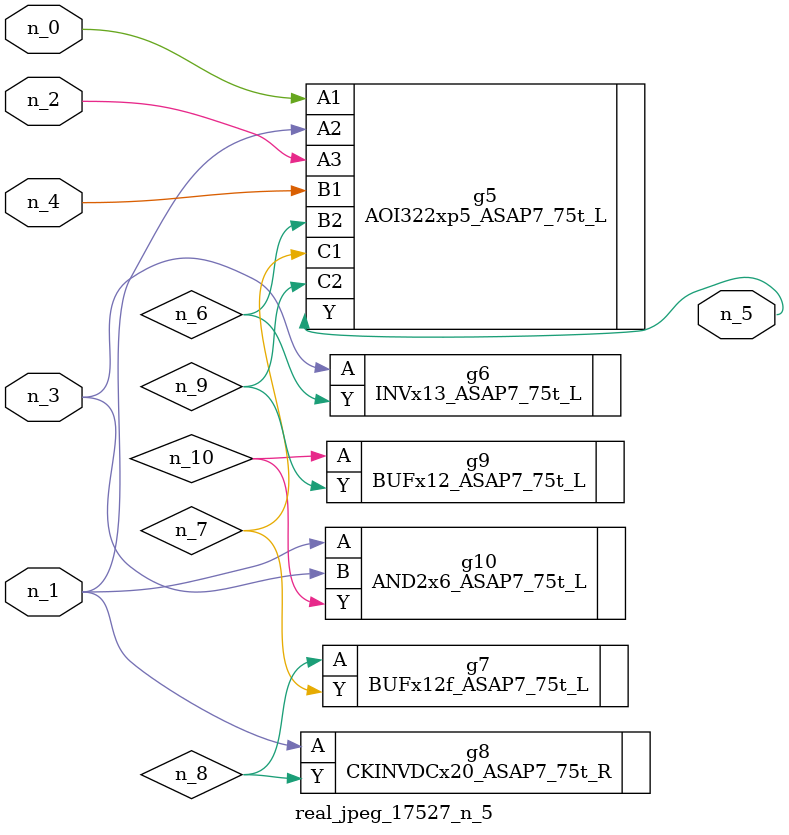
<source format=v>
module real_jpeg_17527_n_5 (n_4, n_0, n_1, n_2, n_3, n_5);

input n_4;
input n_0;
input n_1;
input n_2;
input n_3;

output n_5;

wire n_8;
wire n_6;
wire n_7;
wire n_10;
wire n_9;

AOI322xp5_ASAP7_75t_L g5 ( 
.A1(n_0),
.A2(n_1),
.A3(n_2),
.B1(n_4),
.B2(n_6),
.C1(n_7),
.C2(n_9),
.Y(n_5)
);

CKINVDCx20_ASAP7_75t_R g8 ( 
.A(n_1),
.Y(n_8)
);

AND2x6_ASAP7_75t_L g10 ( 
.A(n_1),
.B(n_3),
.Y(n_10)
);

INVx13_ASAP7_75t_L g6 ( 
.A(n_3),
.Y(n_6)
);

BUFx12f_ASAP7_75t_L g7 ( 
.A(n_8),
.Y(n_7)
);

BUFx12_ASAP7_75t_L g9 ( 
.A(n_10),
.Y(n_9)
);


endmodule
</source>
